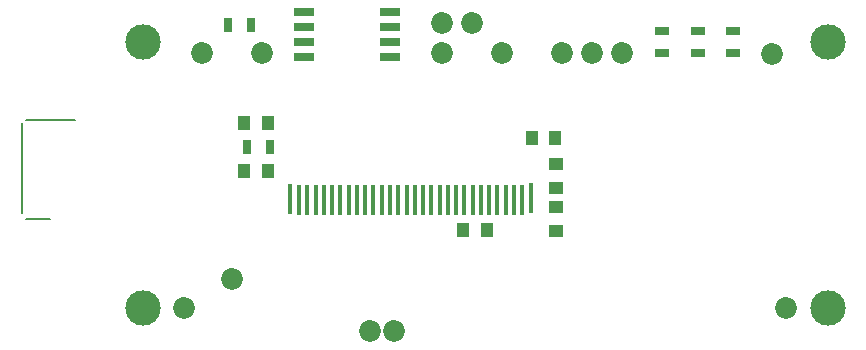
<source format=gbs>
G04 #@! TF.FileFunction,Soldermask,Bot*
%FSLAX46Y46*%
G04 Gerber Fmt 4.6, Leading zero omitted, Abs format (unit mm)*
G04 Created by KiCad (PCBNEW 4.0.7) date 03/22/18 22:29:43*
%MOMM*%
%LPD*%
G01*
G04 APERTURE LIST*
%ADD10C,0.100000*%
%ADD11C,0.150000*%
%ADD12R,0.350000X2.500000*%
%ADD13R,1.250000X1.000000*%
%ADD14R,0.700000X1.300000*%
%ADD15C,3.000000*%
%ADD16R,1.300000X0.700000*%
%ADD17R,1.000000X1.250000*%
%ADD18C,1.850000*%
%ADD19R,1.700000X0.650000*%
G04 APERTURE END LIST*
D10*
D11*
X125056880Y-79129420D02*
X120881880Y-79129420D01*
X120931880Y-87479420D02*
X122906880Y-87479420D01*
X120531880Y-79379420D02*
X120531880Y-86979420D01*
D12*
X143281880Y-85829420D03*
X144031880Y-85879420D03*
X144731880Y-85879420D03*
X145431880Y-85879420D03*
X146131880Y-85879420D03*
X146831880Y-85879420D03*
X147531880Y-85879420D03*
X148231880Y-85879420D03*
X148931880Y-85879420D03*
X149631880Y-85879420D03*
X150331880Y-85879420D03*
X151031880Y-85879420D03*
X151731880Y-85879420D03*
X152431880Y-85879420D03*
X153131880Y-85879420D03*
X153831880Y-85879420D03*
X154531880Y-85879420D03*
X155231880Y-85879420D03*
X155931880Y-85879420D03*
X156631880Y-85879420D03*
X157331880Y-85879420D03*
X158031880Y-85879420D03*
X158731880Y-85879420D03*
X159431880Y-85879420D03*
X160131880Y-85879420D03*
X160831880Y-85879420D03*
X161531880Y-85879420D03*
X162231880Y-85879420D03*
X162931880Y-85879420D03*
X163681880Y-85779420D03*
D13*
X165781880Y-88529420D03*
X165781880Y-86529420D03*
X165756880Y-82879420D03*
X165756880Y-84879420D03*
D14*
X141531880Y-81429420D03*
X139631880Y-81429420D03*
D15*
X188781880Y-72529420D03*
X188781880Y-95029420D03*
X130781880Y-72529420D03*
X130781880Y-95029420D03*
D16*
X177781880Y-71579420D03*
X177781880Y-73479420D03*
X174781880Y-71579420D03*
X174781880Y-73479420D03*
X180781880Y-71579420D03*
X180781880Y-73479420D03*
D14*
X138051880Y-71079420D03*
X139951880Y-71079420D03*
D17*
X157931880Y-88479420D03*
X159931880Y-88479420D03*
X139381880Y-79379420D03*
X141381880Y-79379420D03*
X139381880Y-83429420D03*
X141381880Y-83429420D03*
X165731880Y-80679420D03*
X163731880Y-80679420D03*
D18*
X138331880Y-92579420D03*
X158681880Y-70939420D03*
X156141880Y-70929420D03*
X161221880Y-73479420D03*
X156141880Y-73479420D03*
X140901880Y-73469420D03*
X135831880Y-73479420D03*
X184081880Y-73529420D03*
X166301880Y-73469420D03*
X171391880Y-73479420D03*
X168841880Y-73479420D03*
D19*
X144451880Y-73814420D03*
X144451880Y-72544420D03*
X144451880Y-71274420D03*
X144451880Y-70004420D03*
X151751880Y-70004420D03*
X151751880Y-71274420D03*
X151751880Y-72544420D03*
X151751880Y-73814420D03*
D18*
X152081880Y-96979420D03*
X150021880Y-96979420D03*
X185281880Y-95029420D03*
X134281880Y-95029420D03*
M02*

</source>
